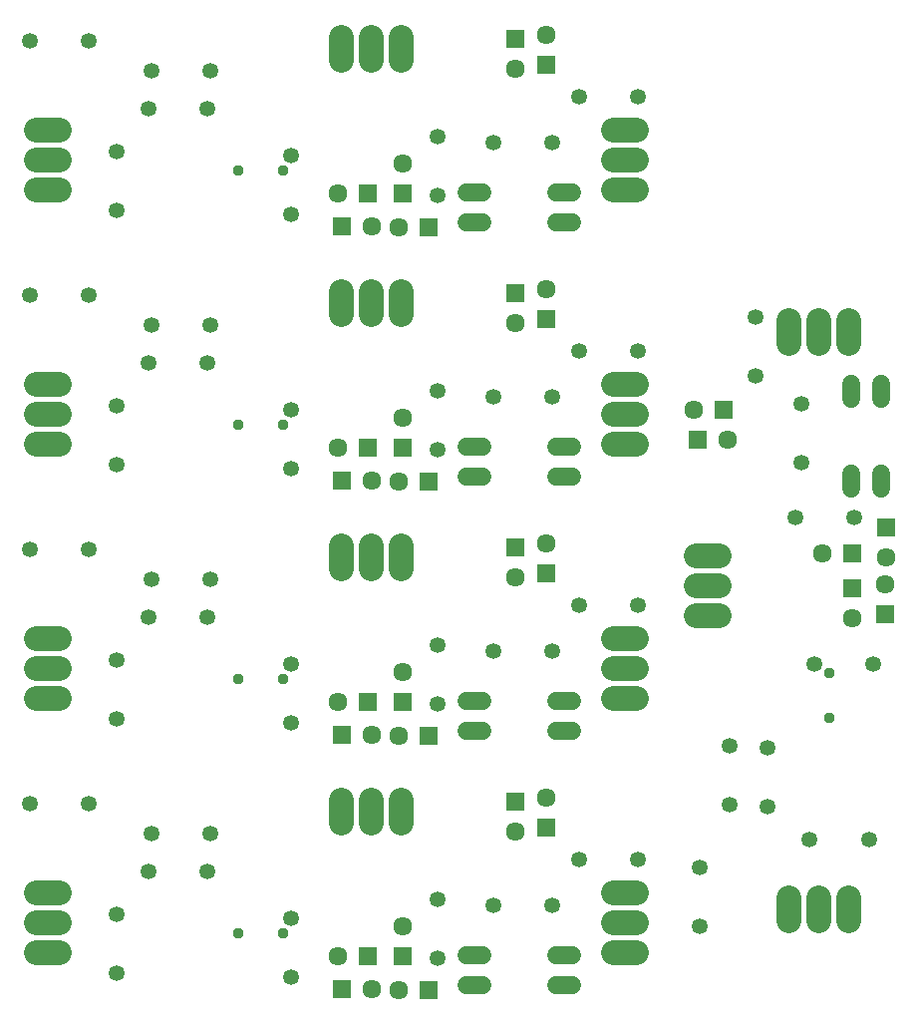
<source format=gbr>
G04 EAGLE Gerber X2 export*
%TF.Part,Single*%
%TF.FileFunction,Soldermask,Bot,1*%
%TF.FilePolarity,Positive*%
%TF.GenerationSoftware,Autodesk,EAGLE,9.2.2*%
%TF.CreationDate,2019-04-19T13:45:25Z*%
G75*
%MOMM*%
%FSLAX34Y34*%
%LPD*%
%INSoldermask Bottom*%
%AMOC8*
5,1,8,0,0,1.08239X$1,22.5*%
G01*
%ADD10C,1.346200*%
%ADD11C,1.611200*%
%ADD12R,1.611200X1.611200*%
%ADD13C,2.159000*%
%ADD14C,1.524000*%
%ADD15C,0.959600*%


D10*
X304826Y101665D03*
X304826Y51665D03*
X235626Y173665D03*
X185626Y173665D03*
X132626Y199265D03*
X82626Y199265D03*
X233826Y141665D03*
X183826Y141665D03*
X156126Y105665D03*
X156126Y55665D03*
D11*
X373002Y41649D03*
D12*
X347602Y41649D03*
D11*
X344126Y69465D03*
D12*
X369526Y69465D03*
D11*
X399137Y95017D03*
D12*
X399137Y69617D03*
D11*
X395682Y41007D03*
D12*
X421082Y41007D03*
D11*
X520926Y204665D03*
D12*
X520926Y179265D03*
D11*
X495326Y175265D03*
D12*
X495326Y200665D03*
D13*
X577784Y123996D02*
X597342Y123996D01*
X597342Y98596D02*
X577784Y98596D01*
X577784Y73196D02*
X597342Y73196D01*
X107342Y123996D02*
X87784Y123996D01*
X87784Y98596D02*
X107342Y98596D01*
X107342Y73196D02*
X87784Y73196D01*
X346763Y183135D02*
X346763Y202693D01*
X372163Y202693D02*
X372163Y183135D01*
X397563Y183135D02*
X397563Y202693D01*
D10*
X476319Y112794D03*
X526319Y112794D03*
D14*
X529978Y45489D02*
X543186Y45489D01*
X543186Y70889D02*
X529978Y70889D01*
X466986Y70889D02*
X453778Y70889D01*
X453778Y45489D02*
X466986Y45489D01*
D10*
X429369Y117770D03*
X429369Y67770D03*
X549469Y151682D03*
X599469Y151682D03*
X304826Y317565D03*
X304826Y267565D03*
X235626Y389565D03*
X185626Y389565D03*
X132626Y415165D03*
X82626Y415165D03*
X233826Y357565D03*
X183826Y357565D03*
X156126Y321565D03*
X156126Y271565D03*
D11*
X373002Y257549D03*
D12*
X347602Y257549D03*
D11*
X344126Y285365D03*
D12*
X369526Y285365D03*
D11*
X399137Y310917D03*
D12*
X399137Y285517D03*
D11*
X395682Y256907D03*
D12*
X421082Y256907D03*
D11*
X520926Y420565D03*
D12*
X520926Y395165D03*
D11*
X495326Y391165D03*
D12*
X495326Y416565D03*
D13*
X577784Y339896D02*
X597342Y339896D01*
X597342Y314496D02*
X577784Y314496D01*
X577784Y289096D02*
X597342Y289096D01*
X107342Y339896D02*
X87784Y339896D01*
X87784Y314496D02*
X107342Y314496D01*
X107342Y289096D02*
X87784Y289096D01*
X346763Y399035D02*
X346763Y418593D01*
X372163Y418593D02*
X372163Y399035D01*
X397563Y399035D02*
X397563Y418593D01*
D10*
X476319Y328694D03*
X526319Y328694D03*
D14*
X529978Y261389D02*
X543186Y261389D01*
X543186Y286789D02*
X529978Y286789D01*
X466986Y286789D02*
X453778Y286789D01*
X453778Y261389D02*
X466986Y261389D01*
D10*
X429369Y333670D03*
X429369Y283670D03*
X549469Y367582D03*
X599469Y367582D03*
X304826Y533465D03*
X304826Y483465D03*
X235626Y605465D03*
X185626Y605465D03*
X132626Y631065D03*
X82626Y631065D03*
X233826Y573465D03*
X183826Y573465D03*
X156126Y537465D03*
X156126Y487465D03*
D11*
X373002Y473449D03*
D12*
X347602Y473449D03*
D11*
X344126Y501265D03*
D12*
X369526Y501265D03*
D11*
X399137Y526817D03*
D12*
X399137Y501417D03*
D11*
X395682Y472807D03*
D12*
X421082Y472807D03*
D11*
X520926Y636465D03*
D12*
X520926Y611065D03*
D11*
X495326Y607065D03*
D12*
X495326Y632465D03*
D13*
X577784Y555796D02*
X597342Y555796D01*
X597342Y530396D02*
X577784Y530396D01*
X577784Y504996D02*
X597342Y504996D01*
X107342Y555796D02*
X87784Y555796D01*
X87784Y530396D02*
X107342Y530396D01*
X107342Y504996D02*
X87784Y504996D01*
X346763Y614935D02*
X346763Y634493D01*
X372163Y634493D02*
X372163Y614935D01*
X397563Y614935D02*
X397563Y634493D01*
D10*
X476319Y544594D03*
X526319Y544594D03*
D14*
X529978Y477289D02*
X543186Y477289D01*
X543186Y502689D02*
X529978Y502689D01*
X466986Y502689D02*
X453778Y502689D01*
X453778Y477289D02*
X466986Y477289D01*
D10*
X429369Y549570D03*
X429369Y499570D03*
X549469Y583482D03*
X599469Y583482D03*
X304826Y749365D03*
X304826Y699365D03*
X235626Y821365D03*
X185626Y821365D03*
X132626Y846965D03*
X82626Y846965D03*
X233826Y789365D03*
X183826Y789365D03*
X156126Y753365D03*
X156126Y703365D03*
D11*
X373002Y689349D03*
D12*
X347602Y689349D03*
D11*
X344126Y717165D03*
D12*
X369526Y717165D03*
D11*
X399137Y742717D03*
D12*
X399137Y717317D03*
D11*
X395682Y688707D03*
D12*
X421082Y688707D03*
D11*
X520926Y852365D03*
D12*
X520926Y826965D03*
D11*
X495326Y822965D03*
D12*
X495326Y848365D03*
D13*
X577784Y771696D02*
X597342Y771696D01*
X597342Y746296D02*
X577784Y746296D01*
X577784Y720896D02*
X597342Y720896D01*
X107342Y771696D02*
X87784Y771696D01*
X87784Y746296D02*
X107342Y746296D01*
X107342Y720896D02*
X87784Y720896D01*
X346763Y830835D02*
X346763Y850393D01*
X372163Y850393D02*
X372163Y830835D01*
X397563Y830835D02*
X397563Y850393D01*
D10*
X476319Y760494D03*
X526319Y760494D03*
D14*
X529978Y693189D02*
X543186Y693189D01*
X543186Y718589D02*
X529978Y718589D01*
X466986Y718589D02*
X453778Y718589D01*
X453778Y693189D02*
X466986Y693189D01*
D10*
X429369Y765470D03*
X429369Y715470D03*
X549469Y799382D03*
X599469Y799382D03*
X749235Y317526D03*
X799235Y317526D03*
X677235Y248326D03*
X677235Y198326D03*
X651635Y145326D03*
X651635Y95326D03*
X709235Y246526D03*
X709235Y196526D03*
X745235Y168826D03*
X795235Y168826D03*
D11*
X809251Y385702D03*
D12*
X809251Y360302D03*
D11*
X781435Y356826D03*
D12*
X781435Y382226D03*
D11*
X755883Y411837D03*
D12*
X781283Y411837D03*
D11*
X809893Y408382D03*
D12*
X809893Y433782D03*
D11*
X646235Y533626D03*
D12*
X671635Y533626D03*
D11*
X675635Y508026D03*
D12*
X650235Y508026D03*
D13*
X726904Y590484D02*
X726904Y610042D01*
X752304Y610042D02*
X752304Y590484D01*
X777704Y590484D02*
X777704Y610042D01*
X726904Y120042D02*
X726904Y100484D01*
X752304Y100484D02*
X752304Y120042D01*
X777704Y120042D02*
X777704Y100484D01*
X667765Y359463D02*
X648207Y359463D01*
X648207Y384863D02*
X667765Y384863D01*
X667765Y410263D02*
X648207Y410263D01*
D10*
X738106Y489019D03*
X738106Y539019D03*
D14*
X805411Y542678D02*
X805411Y555886D01*
X780011Y555886D02*
X780011Y542678D01*
X780011Y479686D02*
X780011Y466478D01*
X805411Y466478D02*
X805411Y479686D01*
D10*
X733130Y442069D03*
X783130Y442069D03*
X699218Y562169D03*
X699218Y612169D03*
D15*
X259370Y88873D03*
X297470Y88873D03*
X259370Y304773D03*
X297470Y304773D03*
X259370Y520673D03*
X297470Y520673D03*
X259370Y736573D03*
X297470Y736573D03*
X762027Y272070D03*
X762027Y310170D03*
M02*

</source>
